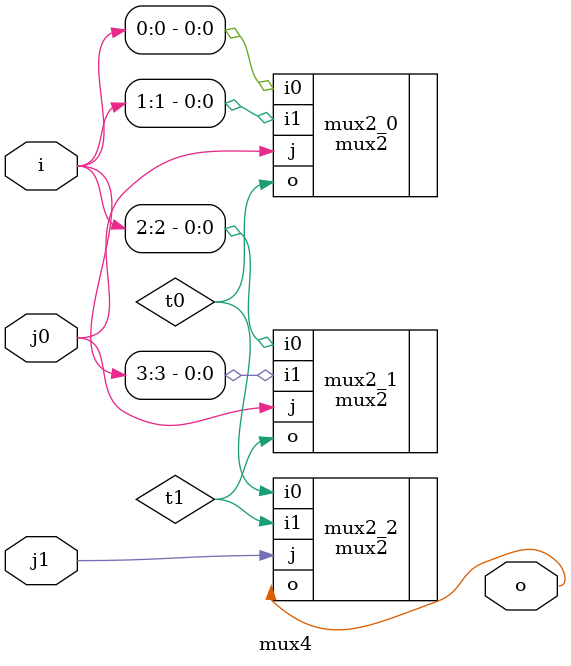
<source format=v>
module mux4 (input wire [3:0] i, input wire j1, j0, output wire o);
wire t0, t1;
mux2 mux2_0 (.i0(i[0]), .i1(i[1]), .j(j0), .o(t0));
mux2 mux2_1 (.i0(i[2]), .i1(i[3]), .j(j0), .o(t1));
mux2 mux2_2 (.i0(t0), .i1(t1), .j(j1), .o(o));
endmodule
</source>
